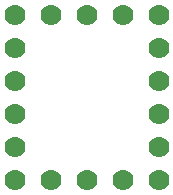
<source format=gbr>
G04 #@! TF.FileFunction,Copper,L2,Bot,Signal*
%FSLAX46Y46*%
G04 Gerber Fmt 4.6, Leading zero omitted, Abs format (unit mm)*
G04 Created by KiCad (PCBNEW 4.0.2-stable) date Monday, July 18, 2016 'PMt' 05:42:52 PM*
%MOMM*%
G01*
G04 APERTURE LIST*
%ADD10C,0.100000*%
%ADD11C,1.778000*%
G04 APERTURE END LIST*
D10*
D11*
X148082000Y-111506000D03*
X145034000Y-111506000D03*
X141986000Y-111506000D03*
X141986000Y-108712000D03*
X141986000Y-105918000D03*
X141986000Y-103124000D03*
X141986000Y-100330000D03*
X141986000Y-97536000D03*
X145034000Y-97536000D03*
X148082000Y-97536000D03*
X151130000Y-97536000D03*
X154178000Y-97536000D03*
X154178000Y-100330000D03*
X154178000Y-103124000D03*
X154178000Y-105918000D03*
X154178000Y-108712000D03*
X154178000Y-111506000D03*
X151130000Y-111506000D03*
M02*

</source>
